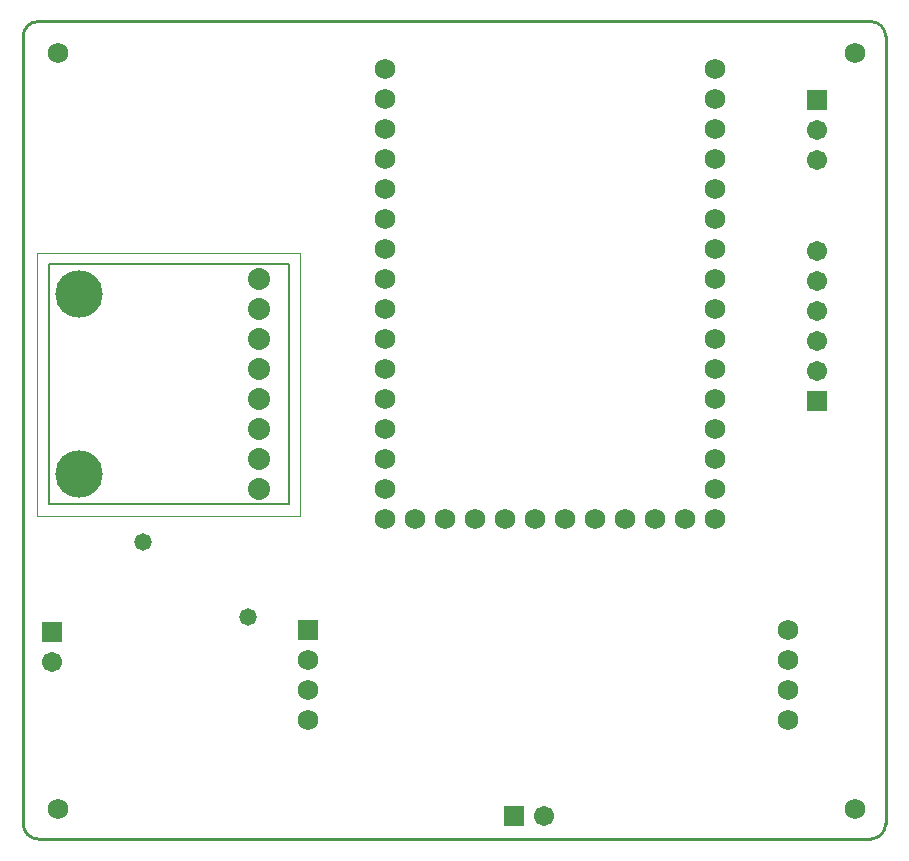
<source format=gbs>
G04 Layer_Color=16711935*
%FSLAX25Y25*%
%MOIN*%
G70*
G01*
G75*
%ADD14C,0.01000*%
%ADD15C,0.00787*%
%ADD16C,0.00394*%
%ADD29R,0.06706X0.06706*%
%ADD30C,0.06706*%
%ADD31C,0.06800*%
%ADD32R,0.06706X0.06706*%
%ADD33C,0.15800*%
%ADD34C,0.07355*%
%ADD35R,0.06800X0.06800*%
%ADD36C,0.05800*%
D14*
X143000Y392500D02*
G03*
X138000Y387500I0J-5000D01*
G01*
Y125000D02*
G03*
X143000Y120000I5000J0D01*
G01*
X420500D02*
G03*
X425500Y125000I0J5000D01*
G01*
Y387500D02*
G03*
X420500Y392500I-5000J0D01*
G01*
X143000D02*
X305000D01*
X138000Y125000D02*
Y387500D01*
X143000Y120000D02*
X420500D01*
X425500Y125000D02*
Y387500D01*
X305000Y392500D02*
X420500D01*
D15*
X146500Y231500D02*
X226500D01*
Y311500D01*
X146500D02*
X226500D01*
X146500Y231500D02*
Y311500D01*
D16*
X142563Y227563D02*
X230437D01*
Y315437D01*
X142563D02*
X230437D01*
X142563Y227563D02*
Y315437D01*
D29*
X301500Y127500D02*
D03*
D30*
X311500D02*
D03*
X402500Y356453D02*
D03*
Y346453D02*
D03*
Y276000D02*
D03*
Y286000D02*
D03*
Y296000D02*
D03*
Y306000D02*
D03*
Y316000D02*
D03*
X147760Y179000D02*
D03*
D31*
X415354Y129921D02*
D03*
X149606D02*
D03*
X415354Y381890D02*
D03*
X149606D02*
D03*
X258500Y226500D02*
D03*
Y236500D02*
D03*
Y246500D02*
D03*
Y256500D02*
D03*
Y266500D02*
D03*
Y276500D02*
D03*
Y286500D02*
D03*
Y296500D02*
D03*
Y306500D02*
D03*
Y316500D02*
D03*
Y326500D02*
D03*
Y336500D02*
D03*
Y346500D02*
D03*
Y356500D02*
D03*
Y366500D02*
D03*
Y376500D02*
D03*
X268500Y226500D02*
D03*
X278500D02*
D03*
X288500D02*
D03*
X298500D02*
D03*
X308500D02*
D03*
X318500D02*
D03*
X328500D02*
D03*
X338500D02*
D03*
X348500D02*
D03*
X358500D02*
D03*
X368500D02*
D03*
Y236500D02*
D03*
Y246500D02*
D03*
Y256500D02*
D03*
Y266500D02*
D03*
Y276500D02*
D03*
Y286500D02*
D03*
Y296500D02*
D03*
Y306500D02*
D03*
Y316500D02*
D03*
Y326500D02*
D03*
Y336500D02*
D03*
Y346500D02*
D03*
Y356500D02*
D03*
Y366500D02*
D03*
Y376500D02*
D03*
X233000Y179500D02*
D03*
Y169500D02*
D03*
Y159500D02*
D03*
X393000D02*
D03*
Y169500D02*
D03*
Y179500D02*
D03*
Y189500D02*
D03*
D32*
X402500Y366453D02*
D03*
Y266000D02*
D03*
X147760Y189000D02*
D03*
D33*
X156500Y301500D02*
D03*
Y241500D02*
D03*
D34*
X216500Y306500D02*
D03*
Y296500D02*
D03*
Y286500D02*
D03*
Y276500D02*
D03*
Y266500D02*
D03*
Y256500D02*
D03*
Y246500D02*
D03*
Y236500D02*
D03*
D35*
X233000Y189500D02*
D03*
D36*
X213000Y194000D02*
D03*
X178000Y219000D02*
D03*
M02*

</source>
